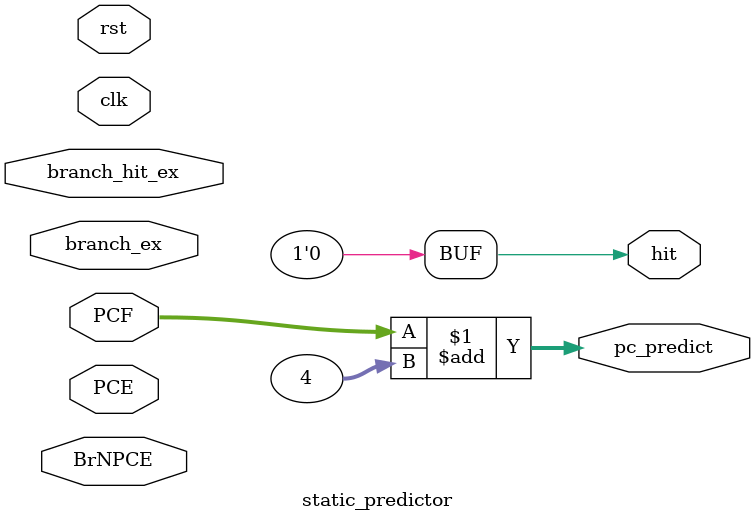
<source format=sv>
`timescale 1ns / 1ps


module static_predictor #(
        parameter PC_CNT = 4
    
    )(
        input wire clk,
        input wire [31:0] PCF,
        input wire [31:0] PCE,
        input wire [31:0] BrNPCE,
        input wire branch_ex,
        input wire branch_hit_ex,
        input wire rst,
        output wire [31:0] pc_predict,
        output wire hit
    );
    /*
        模拟的静态预测器
        只会输出PC+4和hit=0
    */

    assign pc_predict = PCF + 4;
    assign hit = 1'b0;
    
endmodule

</source>
